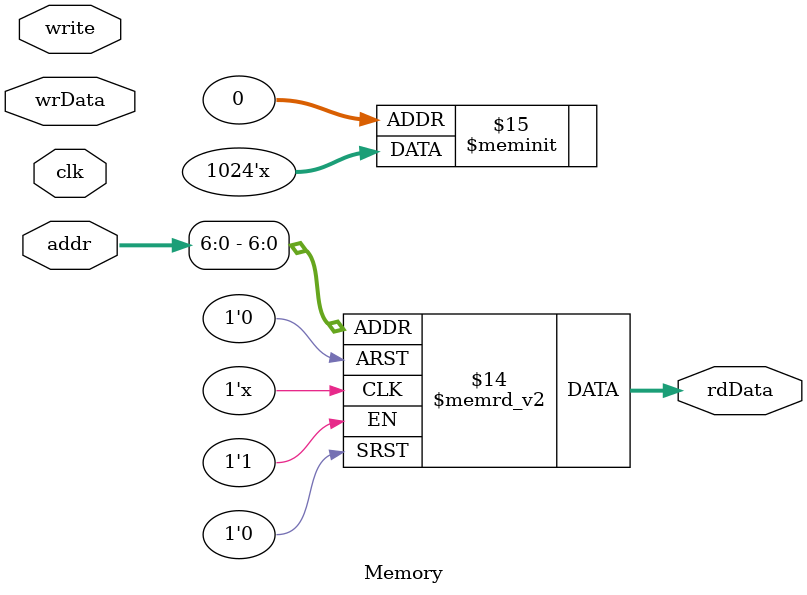
<source format=v>
`timescale 1ns / 1ps
module Memory #(parameter width=8, size=100, addrSize=8)
  (
   input clk,
   input write,
   input [addrSize-1:0]addr,
   input [width-1:0]wrData,
   output reg [width-1:0]rdData
  );

  reg [width-1:0] Mem [0:size-1];

  initial begin
	Mem[0] = 8'd0;
	Mem[1] = 8'd0;
	Mem[2] = 8'd0;
	Mem[3] = 8'd0;
	Mem[4] = 8'd0;
	Mem[5] = 8'd0;
	Mem[6] = 8'd0;
	Mem[7] = 8'd0;
	Mem[8] = 8'd0;
	Mem[9] = 8'd0;
	Mem[10] = 8'd0;
	Mem[11] = 8'd0;
	Mem[12] = 8'd0;
	Mem[13] = 8'd0;
	Mem[14] = 8'd0;
	Mem[15] = 8'd0;
	Mem[16] = 8'd0;
	Mem[17] = 8'd0;
	Mem[18] = 8'd0;
	Mem[19] = 8'd0;
  end
  always @(addr, write) begin
    if(write)
      Mem[addr] <= wrData;
      rdData <= Mem[addr];
  end
endmodule

</source>
